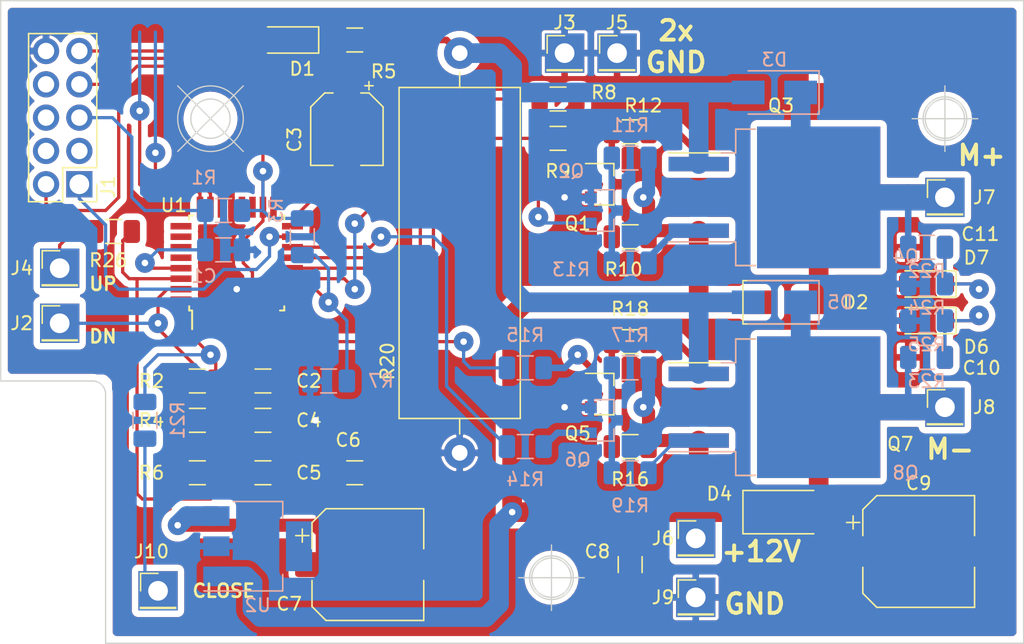
<source format=kicad_pcb>
(kicad_pcb (version 20171130) (host pcbnew 5.0.2-bee76a0~70~ubuntu18.04.1)
  (title_block (date 2018-12-12))
  (layers (0 F.Cu signal) (31 B.Cu signal hide) (34 B.Paste user hide) (35 F.Paste user hide) (36 B.SilkS user hide) (37 F.SilkS user) (38 B.Mask user hide) (39 F.Mask user hide) (44 Edge.Cuts user))
  (net 0 "")
  (net 1 "Net-(C1-Pad1)")
  (net 2 GND)
  (net 3 CLS)
  (net 4 "Net-(C3-Pad1)")
  (net 5 "Net-(C4-Pad1)")
  (net 6 "Net-(C6-Pad1)")
  (net 7 +12V)
  (net 8 "Net-(D2-Pad2)")
  (net 9 "Net-(D3-Pad2)")
  (net 10 "Net-(D4-Pad2)")
  (net 11 "Net-(J1-Pad1)")
  (net 12 "Net-(J1-Pad3)")
  (net 13 "Net-(J1-Pad4)")
  (net 14 "Net-(J1-Pad6)")
  (net 15 "Net-(J1-Pad7)")
  (net 16 "Net-(J1-Pad8)")
  (net 17 "Net-(J1-Pad9)")
  (net 18 "Net-(J10-Pad1)")
  (net 19 "Net-(Q1-Pad1)")
  (net 20 "Net-(Q1-Pad3)")
  (net 21 "Net-(Q2-Pad3)")
  (net 22 "Net-(Q2-Pad1)")
  (net 23 "Net-(Q3-Pad1)")
  (net 24 "Net-(Q4-Pad1)")
  (net 25 "Net-(Q5-Pad3)")
  (net 26 "Net-(Q5-Pad1)")
  (net 27 "Net-(Q6-Pad1)")
  (net 28 "Net-(Q6-Pad3)")
  (net 29 "Net-(Q7-Pad1)")
  (net 30 "Net-(Q8-Pad1)")
  (net 31 "Net-(U1-Pad1)")
  (net 32 "Net-(U1-Pad2)")
  (net 33 "Net-(U1-Pad8)")
  (net 34 "Net-(U1-Pad9)")
  (net 35 "Net-(U1-Pad19)")
  (net 36 "Net-(U1-Pad20)")
  (net 37 "Net-(U1-Pad22)")
  (net 38 "Net-(U1-Pad25)")
  (net 39 "Net-(U1-Pad26)")
  (net 40 "Net-(U1-Pad27)")
  (net 41 "Net-(U1-Pad28)")
  (net 42 "Net-(R3-Pad1)")
  (net 43 "Net-(R8-Pad2)")
  (net 44 "Net-(R9-Pad2)")
  (net 45 "Net-(R14-Pad2)")
  (net 46 "Net-(C5-Pad1)")
  (net 47 "Net-(C10-Pad2)")
  (net 48 "Net-(C11-Pad2)")
  (net 49 "Net-(R15-Pad2)")
  (net 50 "Net-(J4-Pad1)")
  (module Ventana:conn_2_5 (layer F.Cu) (at 76 94 180)
    (fp_text reference J1 (at -2.2 -0.2 270) (layer F.SilkS))
    (fp_text value Prog)
    (pad 1 thru_hole rect (at 0 0 180) (size 2 2) (drill 1.5) (layers *.Cu *.Mask) (net 11 "Net-(J1-Pad1)"))
    (pad 2 thru_hole oval (at 2.54 0 180) (size 2 2) (drill 1.25) (layers *.Cu *.Mask) (net 6 "Net-(C6-Pad1)"))
    (pad 3 thru_hole oval (at 0 2.54 180) (size 2 2) (drill 1.25) (layers *.Cu *.Mask) (net 12 "Net-(J1-Pad3)"))
    (pad 4 thru_hole oval (at 2.54 2.54 180) (size 2 2) (drill 1.25) (layers *.Cu *.Mask) (net 13 "Net-(J1-Pad4)"))
    (pad 5 thru_hole oval (at 0 5.08 180) (size 2 2) (drill 1.25) (layers *.Cu *.Mask) (net 1 "Net-(C1-Pad1)"))
    (pad 6 thru_hole oval (at 2.54 5.08 180) (size 2 2) (drill 1.25) (layers *.Cu *.Mask) (net 14 "Net-(J1-Pad6)"))
    (pad 7 thru_hole oval (at 0 7.62 180) (size 2 2) (drill 1.25) (layers *.Cu *.Mask) (net 15 "Net-(J1-Pad7)"))
    (pad 8 thru_hole oval (at 2.54 7.62 180) (size 2 2) (drill 1.25) (layers *.Cu *.Mask) (net 16 "Net-(J1-Pad8)"))
    (pad 9 thru_hole oval (at 0 10.16 180) (size 2 2) (drill 1.25) (layers *.Cu *.Mask) (net 17 "Net-(J1-Pad9)"))
    (pad 10 thru_hole oval (at 2.54 10.16 180) (size 2 2) (drill 1.25) (layers *.Cu *.Mask) (net 2 GND))
  )
  (module Ventana:AtMega8_TQFP32 (layer F.Cu) (at 88 100 90)
    (fp_text reference U1 (at 4.4 -4.8 180) (layer F.SilkS))
    (fp_text value ATmega8-16AU)
    (pad 32 smd rect (at -2.8 -4.25 180) (size 1.6 0.5) (layers F.Cu F.Paste F.Mask) (net 3 CLS))
    (pad 31 smd rect (at -2 -4.25 180) (size 1.6 0.5) (layers F.Cu F.Paste F.Mask) (net 5 "Net-(C4-Pad1)"))
    (pad 30 smd rect (at -1.2 -4.25 180) (size 1.6 0.5) (layers F.Cu F.Paste F.Mask) (net 46 "Net-(C5-Pad1)"))
    (pad 29 smd rect (at -0.4 -4.25 180) (size 1.6 0.5) (layers F.Cu F.Paste F.Mask) (net 1 "Net-(C1-Pad1)"))
    (pad 28 smd rect (at 0.4 -4.25 180) (size 1.6 0.5) (layers F.Cu F.Paste F.Mask) (net 41 "Net-(U1-Pad28)"))
    (pad 27 smd rect (at 1.2 -4.25 180) (size 1.6 0.5) (layers F.Cu F.Paste F.Mask) (net 40 "Net-(U1-Pad27)"))
    (pad 26 smd rect (at 2 -4.25 180) (size 1.6 0.5) (layers F.Cu F.Paste F.Mask) (net 39 "Net-(U1-Pad26)"))
    (pad 25 smd rect (at 2.8 -4.25 180) (size 1.6 0.5) (layers F.Cu F.Paste F.Mask) (net 38 "Net-(U1-Pad25)"))
    (pad 24 smd rect (at 4.25 -2.8 90) (size 1.6 0.5) (layers F.Cu F.Paste F.Mask) (net 47 "Net-(C10-Pad2)"))
    (pad 23 smd rect (at 4.25 -2 90) (size 1.6 0.5) (layers F.Cu F.Paste F.Mask) (net 48 "Net-(C11-Pad2)"))
    (pad 22 smd rect (at 4.25 -1.2 90) (size 1.6 0.5) (layers F.Cu F.Paste F.Mask) (net 37 "Net-(U1-Pad22)"))
    (pad 21 smd rect (at 4.25 -0.4 90) (size 1.6 0.5) (layers F.Cu F.Paste F.Mask) (net 2 GND))
    (pad 20 smd rect (at 4.25 0.4 90) (size 1.6 0.5) (layers F.Cu F.Paste F.Mask) (net 36 "Net-(U1-Pad20)"))
    (pad 19 smd rect (at 4.25 1.2 90) (size 1.6 0.5) (layers F.Cu F.Paste F.Mask) (net 35 "Net-(U1-Pad19)"))
    (pad 18 smd rect (at 4.25 2 90) (size 1.6 0.5) (layers F.Cu F.Paste F.Mask) (net 6 "Net-(C6-Pad1)"))
    (pad 17 smd rect (at 4.25 2.8 90) (size 1.6 0.5) (layers F.Cu F.Paste F.Mask) (net 15 "Net-(J1-Pad7)"))
    (pad 16 smd rect (at 2.8 4.25 180) (size 1.6 0.5) (layers F.Cu F.Paste F.Mask) (net 17 "Net-(J1-Pad9)"))
    (pad 15 smd rect (at 2 4.25 180) (size 1.6 0.5) (layers F.Cu F.Paste F.Mask) (net 11 "Net-(J1-Pad1)"))
    (pad 14 smd rect (at 1.2 4.25 180) (size 1.6 0.5) (layers F.Cu F.Paste F.Mask) (net 45 "Net-(R14-Pad2)"))
    (pad 13 smd rect (at 0.4 4.25 180) (size 1.6 0.5) (layers F.Cu F.Paste F.Mask) (net 43 "Net-(R8-Pad2)"))
    (pad 12 smd rect (at -0.4 4.25 180) (size 1.6 0.5) (layers F.Cu F.Paste F.Mask) (net 44 "Net-(R9-Pad2)"))
    (pad 11 smd rect (at -1.2 4.25 180) (size 1.6 0.5) (layers F.Cu F.Paste F.Mask) (net 4 "Net-(C3-Pad1)"))
    (pad 10 smd rect (at -2 4.25 180) (size 1.6 0.5) (layers F.Cu F.Paste F.Mask) (net 42 "Net-(R3-Pad1)"))
    (pad 9 smd rect (at -2.8 4.25 180) (size 1.6 0.5) (layers F.Cu F.Paste F.Mask) (net 34 "Net-(U1-Pad9)"))
    (pad 8 smd rect (at -4.25 2.8 90) (size 1.6 0.5) (layers F.Cu F.Paste F.Mask) (net 33 "Net-(U1-Pad8)"))
    (pad 7 smd rect (at -4.25 2 90) (size 1.6 0.5) (layers F.Cu F.Paste F.Mask) (net 49 "Net-(R15-Pad2)"))
    (pad 6 smd rect (at -4.25 1.2 90) (size 1.6 0.5) (layers F.Cu F.Paste F.Mask) (net 6 "Net-(C6-Pad1)"))
    (pad 5 smd rect (at -4.25 0.4 90) (size 1.6 0.5) (layers F.Cu F.Paste F.Mask) (net 2 GND))
    (pad 4 smd rect (at -4.25 -0.4 90) (size 1.6 0.5) (layers F.Cu F.Paste F.Mask) (net 6 "Net-(C6-Pad1)"))
    (pad 3 smd rect (at -4.25 -1.2 90) (size 1.6 0.5) (layers F.Cu F.Paste F.Mask) (net 2 GND))
    (pad 2 smd rect (at -4.25 -2 90) (size 1.6 0.5) (layers F.Cu F.Paste F.Mask) (net 32 "Net-(U1-Pad2)"))
    (pad 1 smd rect (at -4.25 -2.8 90) (size 1.6 0.5) (layers F.Cu F.Paste F.Mask) (net 31 "Net-(U1-Pad1)"))
  )
  (module Capacitor_SMD:C_1206_3216Metric (layer B.Cu) (at 87 99)
    (fp_text reference C1 (at -1.5 2) (layer B.SilkS) (effects (justify mirror)))
    (fp_text value 0.01)
    (pad 2 smd roundrect (at 1.4 0) (size 1.25 1.75) (layers B.Cu B.Paste B.Mask) (roundrect_rratio 0.2) (net 2 GND))
    (pad 1 smd roundrect (at -1.4 0) (size 1.25 1.75) (layers B.Cu B.Paste B.Mask) (roundrect_rratio 0.2) (net 1 "Net-(C1-Pad1)"))
  )
  (module Capacitor_SMD:C_1206_3216Metric (layer F.Cu) (at 90 109)
    (fp_text reference C2 (at 3.5 0) (layer F.SilkS))
    (fp_text value .01)
    (pad 2 smd roundrect (at 1.4 0) (size 1.25 1.75) (layers F.Cu F.Paste F.Mask) (roundrect_rratio 0.2) (net 2 GND))
    (pad 1 smd roundrect (at -1.4 0) (size 1.25 1.75) (layers F.Cu F.Paste F.Mask) (roundrect_rratio 0.2) (net 3 CLS))
  )
  (module Capacitor_SMD:CP_Elec_5x5.3 (layer F.Cu) (at 96.4 89.8 270)
    (fp_text reference C3 (at 0.8 4 270) (layer F.SilkS))
    (fp_text value 10)
    (pad 2 smd roundrect (at 2.2 0 270) (size 3 1.6) (layers F.Cu F.Paste F.Mask) (roundrect_rratio 0.15625) (net 2 GND))
    (pad 1 smd roundrect (at -2.2 0 270) (size 3 1.6) (layers F.Cu F.Paste F.Mask) (roundrect_rratio 0.15625) (net 4 "Net-(C3-Pad1)"))
  )
  (module Capacitor_SMD:C_1206_3216Metric (layer F.Cu) (at 90 112)
    (fp_text reference C4 (at 3.5 0) (layer F.SilkS))
    (fp_text value .01)
    (pad 2 smd roundrect (at 1.4 0) (size 1.25 1.75) (layers F.Cu F.Paste F.Mask) (roundrect_rratio 0.2) (net 2 GND))
    (pad 1 smd roundrect (at -1.4 0) (size 1.25 1.75) (layers F.Cu F.Paste F.Mask) (roundrect_rratio 0.2) (net 5 "Net-(C4-Pad1)"))
  )
  (module Capacitor_SMD:C_1206_3216Metric (layer F.Cu) (at 90 116)
    (fp_text reference C5 (at 3.5 0) (layer F.SilkS))
    (fp_text value .01)
    (pad 2 smd roundrect (at 1.4 0) (size 1.25 1.75) (layers F.Cu F.Paste F.Mask) (roundrect_rratio 0.2) (net 2 GND))
    (pad 1 smd roundrect (at -1.4 0) (size 1.25 1.75) (layers F.Cu F.Paste F.Mask) (roundrect_rratio 0.2) (net 46 "Net-(C5-Pad1)"))
  )
  (module Capacitor_SMD:C_1206_3216Metric (layer F.Cu) (at 97 116)
    (fp_text reference C6 (at -0.5 -2.5) (layer F.SilkS))
    (fp_text value 0.01)
    (pad 2 smd roundrect (at 1.4 0) (size 1.25 1.75) (layers F.Cu F.Paste F.Mask) (roundrect_rratio 0.2) (net 2 GND))
    (pad 1 smd roundrect (at -1.4 0) (size 1.25 1.75) (layers F.Cu F.Paste F.Mask) (roundrect_rratio 0.2) (net 6 "Net-(C6-Pad1)"))
  )
  (module Capacitor_SMD:CP_Elec_8x6.9 (layer F.Cu) (at 98 123)
    (fp_text reference C7 (at -6 3) (layer F.SilkS))
    (fp_text value 100)
    (pad 2 smd roundrect (at 3.475 0) (size 4.15 1.9) (layers F.Cu F.Paste F.Mask) (roundrect_rratio 0.131579) (net 2 GND))
    (pad 1 smd roundrect (at -3.475 0) (size 4.15 1.9) (layers F.Cu F.Paste F.Mask) (roundrect_rratio 0.131579) (net 6 "Net-(C6-Pad1)"))
  )
  (module Capacitor_SMD:C_1206_3216Metric (layer F.Cu) (at 118 123 270)
    (fp_text reference C8 (at -1 2.5) (layer F.SilkS))
    (fp_text value 0.01)
    (pad 2 smd roundrect (at 1.4 0 270) (size 1.25 1.75) (layers F.Cu F.Paste F.Mask) (roundrect_rratio 0.2) (net 2 GND))
    (pad 1 smd roundrect (at -1.4 0 270) (size 1.25 1.75) (layers F.Cu F.Paste F.Mask) (roundrect_rratio 0.2) (net 7 +12V))
  )
  (module Capacitor_SMD:CP_Elec_8x6.9 (layer F.Cu) (at 140 122)
    (fp_text reference C9 (at 0 -5.2) (layer F.SilkS))
    (fp_text value 100)
    (pad 2 smd roundrect (at 3.475 0) (size 4.15 1.9) (layers F.Cu F.Paste F.Mask) (roundrect_rratio 0.131579) (net 2 GND))
    (pad 1 smd roundrect (at -3.475 0) (size 4.15 1.9) (layers F.Cu F.Paste F.Mask) (roundrect_rratio 0.131579) (net 7 +12V))
  )
  (module Diode_SMD:D_SOD-123 (layer F.Cu) (at 92 83 180)
    (fp_text reference D1 (at -1 -2.2 180) (layer F.SilkS))
    (fp_text value BZV55-B5V1.115)
    (pad 2 smd rect (at 1.65 0 180) (size 0.9 1.2) (layers F.Cu F.Paste F.Mask) (net 2 GND))
    (pad 1 smd rect (at -1.65 0 180) (size 0.9 1.2) (layers F.Cu F.Paste F.Mask) (net 4 "Net-(C3-Pad1)"))
  )
  (module Diode_SMD:D_SMA (layer F.Cu) (at 130 103)
    (fp_text reference D2 (at 5.2 0) (layer F.SilkS))
    (fp_text value RS1A)
    (pad 2 smd rect (at 2 0) (size 2.5 1.8) (layers F.Cu F.Paste F.Mask) (net 8 "Net-(D2-Pad2)"))
    (pad 1 smd rect (at -2 0) (size 2.5 1.8) (layers F.Cu F.Paste F.Mask) (net 7 +12V))
  )
  (module Diode_SMD:D_SMA (layer B.Cu) (at 129 87 180)
    (fp_text reference D3 (at 0 2.5 180) (layer B.SilkS) (effects (justify mirror)))
    (fp_text value RS1A)
    (pad 2 smd rect (at 2 0 180) (size 2.5 1.8) (layers B.Cu B.Paste B.Mask) (net 9 "Net-(D3-Pad2)"))
    (pad 1 smd rect (at -2 0 180) (size 2.5 1.8) (layers B.Cu B.Paste B.Mask) (net 8 "Net-(D2-Pad2)"))
  )
  (module Diode_SMD:D_SMA (layer F.Cu) (at 130 119)
    (fp_text reference D4 (at -5.2 -1.4) (layer F.SilkS))
    (fp_text value RS1A)
    (pad 2 smd rect (at 2 0) (size 2.5 1.8) (layers F.Cu F.Paste F.Mask) (net 10 "Net-(D4-Pad2)"))
    (pad 1 smd rect (at -2 0) (size 2.5 1.8) (layers F.Cu F.Paste F.Mask) (net 7 +12V))
  )
  (module Diode_SMD:D_SMA (layer B.Cu) (at 129 103 180)
    (fp_text reference D5 (at -5 0 180) (layer B.SilkS) (effects (justify mirror)))
    (fp_text value RS1A)
    (pad 2 smd rect (at 2 0 180) (size 2.5 1.8) (layers B.Cu B.Paste B.Mask) (net 9 "Net-(D3-Pad2)"))
    (pad 1 smd rect (at -2 0 180) (size 2.5 1.8) (layers B.Cu B.Paste B.Mask) (net 10 "Net-(D4-Pad2)"))
  )
  (module Connector_PinHeader_2.54mm:PinHeader_1x01_P2.54mm_Vertical (layer F.Cu) (at 74.5 104.6)
    (fp_text reference J2 (at -2.9 0) (layer F.SilkS))
    (fp_text value SW1)
    (pad 1 thru_hole rect (at 0 0) (size 3 3) (drill 1.5) (layers *.Cu *.Mask) (net 5 "Net-(C4-Pad1)"))
  )
  (module Connector_PinHeader_2.54mm:PinHeader_1x01_P2.54mm_Vertical (layer F.Cu) (at 113 84)
    (fp_text reference J3 (at 0 -2.33) (layer F.SilkS))
    (fp_text value GND)
    (pad 1 thru_hole rect (at 0 0) (size 3 3) (drill 1.5) (layers *.Cu *.Mask) (net 2 GND))
  )
  (module Connector_PinHeader_2.54mm:PinHeader_1x01_P2.54mm_Vertical (layer F.Cu) (at 74.5 100.4)
    (fp_text reference J4 (at -2.9 0) (layer F.SilkS))
    (fp_text value SW2)
    (pad 1 thru_hole rect (at 0 0) (size 3 3) (drill 1.5) (layers *.Cu *.Mask) (net 50 "Net-(J4-Pad1)"))
  )
  (module Connector_PinHeader_2.54mm:PinHeader_1x01_P2.54mm_Vertical (layer F.Cu) (at 117 84)
    (fp_text reference J5 (at 0 -2.33) (layer F.SilkS))
    (fp_text value GND)
    (pad 1 thru_hole rect (at 0 0) (size 3 3) (drill 1.5) (layers *.Cu *.Mask) (net 2 GND))
  )
  (module Connector_PinHeader_2.54mm:PinHeader_1x01_P2.54mm_Vertical (layer F.Cu) (at 123 121)
    (fp_text reference J6 (at -2.5 0) (layer F.SilkS))
    (fp_text value VBat)
    (pad 1 thru_hole rect (at 0 0) (size 3 3) (drill 1.5) (layers *.Cu *.Mask) (net 7 +12V))
  )
  (module Connector_PinHeader_2.54mm:PinHeader_1x01_P2.54mm_Vertical (layer F.Cu) (at 142 95)
    (fp_text reference J7 (at 3 0) (layer F.SilkS))
    (fp_text value Motor+)
    (pad 1 thru_hole rect (at 0 0) (size 3 3) (drill 1.5) (layers *.Cu *.Mask) (net 8 "Net-(D2-Pad2)"))
  )
  (module Connector_PinHeader_2.54mm:PinHeader_1x01_P2.54mm_Vertical (layer F.Cu) (at 142 111)
    (fp_text reference J8 (at 3 0) (layer F.SilkS))
    (fp_text value Motor-)
    (pad 1 thru_hole rect (at 0 0) (size 3 3) (drill 1.5) (layers *.Cu *.Mask) (net 10 "Net-(D4-Pad2)"))
  )
  (module Connector_PinHeader_2.54mm:PinHeader_1x01_P2.54mm_Vertical (layer F.Cu) (at 123 125.5)
    (fp_text reference J9 (at -2.5 0) (layer F.SilkS))
    (fp_text value GND)
    (pad 1 thru_hole rect (at 0 0) (size 3 3) (drill 1.5) (layers *.Cu *.Mask) (net 2 GND))
  )
  (module Connector_PinHeader_2.54mm:PinHeader_1x01_P2.54mm_Vertical (layer F.Cu) (at 82 125)
    (fp_text reference J10 (at -0.5 -3) (layer F.SilkS))
    (fp_text value CLS)
    (pad 1 thru_hole rect (at 0 0) (size 3 3) (drill 1.5) (layers *.Cu *.Mask) (net 18 "Net-(J10-Pad1)"))
  )
  (module Package_TO_SOT_SMD:SOT-23 (layer F.Cu) (at 116 94)
    (fp_text reference Q1 (at -2 3) (layer F.SilkS))
    (fp_text value BC817)
    (pad 3 smd rect (at 1 0) (size 0.9 0.8) (layers F.Cu F.Paste F.Mask) (net 20 "Net-(Q1-Pad3)"))
    (pad 2 smd rect (at -1 0.95) (size 0.9 0.8) (layers F.Cu F.Paste F.Mask) (net 2 GND))
    (pad 1 smd rect (at -1 -0.95) (size 0.9 0.8) (layers F.Cu F.Paste F.Mask) (net 19 "Net-(Q1-Pad1)"))
  )
  (module Package_TO_SOT_SMD:SOT-23 (layer B.Cu) (at 116 96)
    (fp_text reference Q2 (at -2.5 -3) (layer B.SilkS) (effects (justify mirror)))
    (fp_text value BC817)
    (pad 3 smd rect (at 1 0) (size 0.9 0.8) (layers B.Cu B.Paste B.Mask) (net 21 "Net-(Q2-Pad3)"))
    (pad 2 smd rect (at -1 -0.95) (size 0.9 0.8) (layers B.Cu B.Paste B.Mask) (net 2 GND))
    (pad 1 smd rect (at -1 0.95) (size 0.9 0.8) (layers B.Cu B.Paste B.Mask) (net 22 "Net-(Q2-Pad1)"))
  )
  (module Package_TO_SOT_SMD:TO-263-2 (layer F.Cu) (at 129 95)
    (fp_text reference Q3 (at 0.5 -7) (layer F.SilkS))
    (fp_text value IRF9530NSPBF)
    (pad 2 smd rect (at 3.375 0) (size 9.4 10.8) (layers F.Cu F.Mask) (net 8 "Net-(D2-Pad2)"))
    (pad 3 smd rect (at -5.775 2.54) (size 4.6 1.1) (layers F.Cu F.Paste F.Mask) (net 7 +12V))
    (pad 1 smd rect (at -5.775 -2.54) (size 4.6 1.1) (layers F.Cu F.Paste F.Mask) (net 23 "Net-(Q3-Pad1)"))
  )
  (module Package_TO_SOT_SMD:TO-263-2 (layer B.Cu) (at 129 95)
    (fp_text reference Q4 (at 10 4.5) (layer B.SilkS) (effects (justify mirror)))
    (fp_text value IRF640NSPBF)
    (pad 2 smd rect (at 3.375 0) (size 9.4 10.8) (layers B.Cu B.Mask) (net 8 "Net-(D2-Pad2)"))
    (pad 3 smd rect (at -5.775 -2.54) (size 4.6 1.1) (layers B.Cu B.Paste B.Mask) (net 9 "Net-(D3-Pad2)"))
    (pad 1 smd rect (at -5.775 2.54) (size 4.6 1.1) (layers B.Cu B.Paste B.Mask) (net 24 "Net-(Q4-Pad1)"))
  )
  (module Package_TO_SOT_SMD:SOT-23 (layer F.Cu) (at 116 110)
    (fp_text reference Q5 (at -2 3) (layer F.SilkS))
    (fp_text value BC817)
    (pad 3 smd rect (at 1 0) (size 0.9 0.8) (layers F.Cu F.Paste F.Mask) (net 25 "Net-(Q5-Pad3)"))
    (pad 2 smd rect (at -1 0.95) (size 0.9 0.8) (layers F.Cu F.Paste F.Mask) (net 2 GND))
    (pad 1 smd rect (at -1 -0.95) (size 0.9 0.8) (layers F.Cu F.Paste F.Mask) (net 26 "Net-(Q5-Pad1)"))
  )
  (module Package_TO_SOT_SMD:SOT-23 (layer B.Cu) (at 116 112)
    (fp_text reference Q6 (at -2 3) (layer B.SilkS) (effects (justify mirror)))
    (fp_text value BC817)
    (pad 3 smd rect (at 1 0) (size 0.9 0.8) (layers B.Cu B.Paste B.Mask) (net 28 "Net-(Q6-Pad3)"))
    (pad 2 smd rect (at -1 -0.95) (size 0.9 0.8) (layers B.Cu B.Paste B.Mask) (net 2 GND))
    (pad 1 smd rect (at -1 0.95) (size 0.9 0.8) (layers B.Cu B.Paste B.Mask) (net 27 "Net-(Q6-Pad1)"))
  )
  (module Package_TO_SOT_SMD:TO-263-2 (layer F.Cu) (at 129 111)
    (fp_text reference Q7 (at 9.6 2.8) (layer F.SilkS))
    (fp_text value IRF9530NSPBF)
    (pad 2 smd rect (at 3.375 0) (size 9.4 10.8) (layers F.Cu F.Mask) (net 10 "Net-(D4-Pad2)"))
    (pad 3 smd rect (at -5.775 2.54) (size 4.6 1.1) (layers F.Cu F.Paste F.Mask) (net 7 +12V))
    (pad 1 smd rect (at -5.775 -2.54) (size 4.6 1.1) (layers F.Cu F.Paste F.Mask) (net 29 "Net-(Q7-Pad1)"))
  )
  (module Package_TO_SOT_SMD:TO-263-2 (layer B.Cu) (at 129 111)
    (fp_text reference Q8 (at 10 5) (layer B.SilkS) (effects (justify mirror)))
    (fp_text value IRF640NSPBF)
    (pad 2 smd rect (at 3.375 0) (size 9.4 10.8) (layers B.Cu B.Mask) (net 10 "Net-(D4-Pad2)"))
    (pad 3 smd rect (at -5.775 -2.54) (size 4.6 1.1) (layers B.Cu B.Paste B.Mask) (net 9 "Net-(D3-Pad2)"))
    (pad 1 smd rect (at -5.775 2.54) (size 4.6 1.1) (layers B.Cu B.Paste B.Mask) (net 30 "Net-(Q8-Pad1)"))
  )
  (module Resistor_SMD:R_1206_3216Metric (layer F.Cu) (at 85 112)
    (fp_text reference R4 (at -3.5 0) (layer F.SilkS))
    (fp_text value 3k)
    (pad 2 smd roundrect (at 1.4 0) (size 1.25 1.75) (layers F.Cu F.Paste F.Mask) (roundrect_rratio 0.2) (net 5 "Net-(C4-Pad1)"))
    (pad 1 smd roundrect (at -1.4 0) (size 1.25 1.75) (layers F.Cu F.Paste F.Mask) (roundrect_rratio 0.2) (net 6 "Net-(C6-Pad1)"))
  )
  (module Resistor_SMD:R_1206_3216Metric (layer F.Cu) (at 85 116)
    (fp_text reference R6 (at -3.5 0) (layer F.SilkS))
    (fp_text value 3k)
    (pad 2 smd roundrect (at 1.4 0) (size 1.25 1.75) (layers F.Cu F.Paste F.Mask) (roundrect_rratio 0.2) (net 46 "Net-(C5-Pad1)"))
    (pad 1 smd roundrect (at -1.4 0) (size 1.25 1.75) (layers F.Cu F.Paste F.Mask) (roundrect_rratio 0.2) (net 6 "Net-(C6-Pad1)"))
  )
  (module Resistor_SMD:R_1206_3216Metric (layer B.Cu) (at 95 109)
    (fp_text reference R7 (at 4 0) (layer B.SilkS) (effects (justify mirror)))
    (fp_text value 6k8)
    (pad 2 smd roundrect (at 1.4 0) (size 1.25 1.75) (layers B.Cu B.Paste B.Mask) (roundrect_rratio 0.2) (net 42 "Net-(R3-Pad1)"))
    (pad 1 smd roundrect (at -1.4 0) (size 1.25 1.75) (layers B.Cu B.Paste B.Mask) (roundrect_rratio 0.2) (net 2 GND))
  )
  (module Resistor_SMD:R_1206_3216Metric (layer F.Cu) (at 112.5 90.5 180)
    (fp_text reference R9 (at 0 -2.5 180) (layer F.SilkS))
    (fp_text value 2K2)
    (pad 2 smd roundrect (at 1.4 0 180) (size 1.25 1.75) (layers F.Cu F.Paste F.Mask) (roundrect_rratio 0.2) (net 44 "Net-(R9-Pad2)"))
    (pad 1 smd roundrect (at -1.4 0 180) (size 1.25 1.75) (layers F.Cu F.Paste F.Mask) (roundrect_rratio 0.2) (net 19 "Net-(Q1-Pad1)"))
  )
  (module Resistor_SMD:R_1206_3216Metric (layer F.Cu) (at 118 98)
    (fp_text reference R10 (at -0.5 2.5) (layer F.SilkS))
    (fp_text value 470)
    (pad 2 smd roundrect (at 1.4 0) (size 1.25 1.75) (layers F.Cu F.Paste F.Mask) (roundrect_rratio 0.2) (net 7 +12V))
    (pad 1 smd roundrect (at -1.4 0) (size 1.25 1.75) (layers F.Cu F.Paste F.Mask) (roundrect_rratio 0.2) (net 20 "Net-(Q1-Pad3)"))
  )
  (module Resistor_SMD:R_1206_3216Metric (layer B.Cu) (at 118 92)
    (fp_text reference R11 (at 0 -2.5) (layer B.SilkS) (effects (justify mirror)))
    (fp_text value 470)
    (pad 2 smd roundrect (at 1.4 0) (size 1.25 1.75) (layers B.Cu B.Paste B.Mask) (roundrect_rratio 0.2) (net 7 +12V))
    (pad 1 smd roundrect (at -1.4 0) (size 1.25 1.75) (layers B.Cu B.Paste B.Mask) (roundrect_rratio 0.2) (net 21 "Net-(Q2-Pad3)"))
  )
  (module Resistor_SMD:R_1206_3216Metric (layer F.Cu) (at 118 90 180)
    (fp_text reference R12 (at -1 2 180) (layer F.SilkS))
    (fp_text value 100)
    (pad 2 smd roundrect (at 1.4 0 180) (size 1.25 1.75) (layers F.Cu F.Paste F.Mask) (roundrect_rratio 0.2) (net 20 "Net-(Q1-Pad3)"))
    (pad 1 smd roundrect (at -1.4 0 180) (size 1.25 1.75) (layers F.Cu F.Paste F.Mask) (roundrect_rratio 0.2) (net 23 "Net-(Q3-Pad1)"))
  )
  (module Resistor_SMD:R_1206_3216Metric (layer B.Cu) (at 110 108 180)
    (fp_text reference R15 (at 0 2.5 180) (layer B.SilkS) (effects (justify mirror)))
    (fp_text value 2K2)
    (pad 2 smd roundrect (at 1.4 0 180) (size 1.25 1.75) (layers B.Cu B.Paste B.Mask) (roundrect_rratio 0.2) (net 49 "Net-(R15-Pad2)"))
    (pad 1 smd roundrect (at -1.4 0 180) (size 1.25 1.75) (layers B.Cu B.Paste B.Mask) (roundrect_rratio 0.2) (net 26 "Net-(Q5-Pad1)"))
  )
  (module Resistor_SMD:R_1206_3216Metric (layer F.Cu) (at 118 114)
    (fp_text reference R16 (at 0 2.5) (layer F.SilkS))
    (fp_text value 470)
    (pad 2 smd roundrect (at 1.4 0) (size 1.25 1.75) (layers F.Cu F.Paste F.Mask) (roundrect_rratio 0.2) (net 7 +12V))
    (pad 1 smd roundrect (at -1.4 0) (size 1.25 1.75) (layers F.Cu F.Paste F.Mask) (roundrect_rratio 0.2) (net 25 "Net-(Q5-Pad3)"))
  )
  (module Resistor_SMD:R_1206_3216Metric (layer B.Cu) (at 118 108)
    (fp_text reference R17 (at 0 -2.5) (layer B.SilkS) (effects (justify mirror)))
    (fp_text value 470)
    (pad 2 smd roundrect (at 1.4 0) (size 1.25 1.75) (layers B.Cu B.Paste B.Mask) (roundrect_rratio 0.2) (net 7 +12V))
    (pad 1 smd roundrect (at -1.4 0) (size 1.25 1.75) (layers B.Cu B.Paste B.Mask) (roundrect_rratio 0.2) (net 28 "Net-(Q6-Pad3)"))
  )
  (module Resistor_SMD:R_1206_3216Metric (layer F.Cu) (at 118 106 180)
    (fp_text reference R18 (at 0 2.5 180) (layer F.SilkS))
    (fp_text value 100)
    (pad 2 smd roundrect (at 1.4 0 180) (size 1.25 1.75) (layers F.Cu F.Paste F.Mask) (roundrect_rratio 0.2) (net 25 "Net-(Q5-Pad3)"))
    (pad 1 smd roundrect (at -1.4 0 180) (size 1.25 1.75) (layers F.Cu F.Paste F.Mask) (roundrect_rratio 0.2) (net 29 "Net-(Q7-Pad1)"))
  )
  (module Resistor_SMD:R_1206_3216Metric (layer B.Cu) (at 118 116 180)
    (fp_text reference R19 (at 0 -2.5 180) (layer B.SilkS) (effects (justify mirror)))
    (fp_text value 100)
    (pad 2 smd roundrect (at 1.4 0 180) (size 1.25 1.75) (layers B.Cu B.Paste B.Mask) (roundrect_rratio 0.2) (net 28 "Net-(Q6-Pad3)"))
    (pad 1 smd roundrect (at -1.4 0 180) (size 1.25 1.75) (layers B.Cu B.Paste B.Mask) (roundrect_rratio 0.2) (net 30 "Net-(Q8-Pad1)"))
  )
  (module Resistor_SMD:R_1206_3216Metric (layer B.Cu) (at 81 112 90)
    (fp_text reference R21 (at 0 2.5 270) (layer B.SilkS) (effects (justify mirror)))
    (fp_text value 470)
    (pad 2 smd roundrect (at 1.4 0 90) (size 1.25 1.75) (layers B.Cu B.Paste B.Mask) (roundrect_rratio 0.2) (net 3 CLS))
    (pad 1 smd roundrect (at -1.4 0 90) (size 1.25 1.75) (layers B.Cu B.Paste B.Mask) (roundrect_rratio 0.2) (net 18 "Net-(J10-Pad1)"))
  )
  (module Resistor_SMD:R_1206_3216Metric (layer B.Cu) (at 87 96 180)
    (fp_text reference R1 (at 1.5 2.5 180) (layer B.SilkS) (effects (justify mirror)))
    (fp_text value 10k)
    (pad 2 smd roundrect (at 1.4 0 180) (size 1.25 1.75) (layers B.Cu B.Paste B.Mask) (roundrect_rratio 0.2) (net 1 "Net-(C1-Pad1)"))
    (pad 1 smd roundrect (at -1.4 0 180) (size 1.25 1.75) (layers B.Cu B.Paste B.Mask) (roundrect_rratio 0.2) (net 6 "Net-(C6-Pad1)"))
  )
  (module Resistor_SMD:R_1206_3216Metric (layer F.Cu) (at 85 109)
    (fp_text reference R2 (at -3.5 0) (layer F.SilkS))
    (fp_text value 3k)
    (pad 2 smd roundrect (at 1.4 0) (size 1.25 1.75) (layers F.Cu F.Paste F.Mask) (roundrect_rratio 0.2) (net 3 CLS))
    (pad 1 smd roundrect (at -1.4 0) (size 1.25 1.75) (layers F.Cu F.Paste F.Mask) (roundrect_rratio 0.2) (net 6 "Net-(C6-Pad1)"))
  )
  (module Resistor_SMD:R_1206_3216Metric (layer B.Cu) (at 93 98 90)
    (fp_text reference R3 (at 2 -2 90) (layer B.SilkS) (effects (justify mirror)))
    (fp_text value 6k2)
    (pad 2 smd roundrect (at 1.4 0 90) (size 1.25 1.75) (layers B.Cu B.Paste B.Mask) (roundrect_rratio 0.2) (net 6 "Net-(C6-Pad1)"))
    (pad 1 smd roundrect (at -1.4 0 90) (size 1.25 1.75) (layers B.Cu B.Paste B.Mask) (roundrect_rratio 0.2) (net 42 "Net-(R3-Pad1)"))
  )
  (module Resistor_SMD:R_1206_3216Metric (layer F.Cu) (at 97 83 180)
    (fp_text reference R5 (at -2.2 -2.4 180) (layer F.SilkS))
    (fp_text value 2K2)
    (pad 2 smd roundrect (at 1.4 0 180) (size 1.25 1.75) (layers F.Cu F.Paste F.Mask) (roundrect_rratio 0.2) (net 4 "Net-(C3-Pad1)"))
    (pad 1 smd roundrect (at -1.4 0 180) (size 1.25 1.75) (layers F.Cu F.Paste F.Mask) (roundrect_rratio 0.2) (net 9 "Net-(D3-Pad2)"))
  )
  (module Resistor_SMD:R_1206_3216Metric (layer F.Cu) (at 112.5 87.5 180)
    (fp_text reference R8 (at -3.5 0.5 180) (layer F.SilkS))
    (fp_text value 2K2)
    (pad 2 smd roundrect (at 1.4 0 180) (size 1.25 1.75) (layers F.Cu F.Paste F.Mask) (roundrect_rratio 0.2) (net 43 "Net-(R8-Pad2)"))
    (pad 1 smd roundrect (at -1.4 0 180) (size 1.25 1.75) (layers F.Cu F.Paste F.Mask) (roundrect_rratio 0.2) (net 22 "Net-(Q2-Pad1)"))
  )
  (module Resistor_SMD:R_1206_3216Metric (layer B.Cu) (at 118 100 180)
    (fp_text reference R13 (at 4.5 -0.5 180) (layer B.SilkS) (effects (justify mirror)))
    (fp_text value 100)
    (pad 2 smd roundrect (at 1.4 0 180) (size 1.25 1.75) (layers B.Cu B.Paste B.Mask) (roundrect_rratio 0.2) (net 21 "Net-(Q2-Pad3)"))
    (pad 1 smd roundrect (at -1.4 0 180) (size 1.25 1.75) (layers B.Cu B.Paste B.Mask) (roundrect_rratio 0.2) (net 24 "Net-(Q4-Pad1)"))
  )
  (module Resistor_SMD:R_1206_3216Metric (layer B.Cu) (at 110 114 180)
    (fp_text reference R14 (at 0 -2.5 180) (layer B.SilkS) (effects (justify mirror)))
    (fp_text value 2K2)
    (pad 2 smd roundrect (at 1.4 0 180) (size 1.25 1.75) (layers B.Cu B.Paste B.Mask) (roundrect_rratio 0.2) (net 45 "Net-(R14-Pad2)"))
    (pad 1 smd roundrect (at -1.4 0 180) (size 1.25 1.75) (layers B.Cu B.Paste B.Mask) (roundrect_rratio 0.2) (net 27 "Net-(Q6-Pad1)"))
  )
  (module Resistor_THT:R_Axial_Power_L25.0mm_W9.0mm_P30.48mm (layer F.Cu) (at 105 84 270)
    (fp_text reference R20 (at 23.5 5.5 270) (layer F.SilkS))
    (fp_text value R47)
    (pad 2 thru_hole oval (at 30.48 0 270) (size 2.4 2.4) (drill 1.2) (layers *.Cu *.Mask) (net 2 GND))
    (pad 1 thru_hole circle (at 0 0 270) (size 2.4 2.4) (drill 1.2) (layers *.Cu *.Mask) (net 9 "Net-(D3-Pad2)"))
  )
  (module Capacitor_SMD:C_1206_3216Metric (layer F.Cu) (at 140.6 107.2)
    (fp_text reference C10 (at 4.2 0.8) (layer F.SilkS))
    (fp_text value .01)
    (pad 2 smd roundrect (at 1.4 0) (size 1.25 1.75) (layers F.Cu F.Paste F.Mask) (roundrect_rratio 0.2) (net 47 "Net-(C10-Pad2)"))
    (pad 1 smd roundrect (at -1.4 0) (size 1.25 1.75) (layers F.Cu F.Paste F.Mask) (roundrect_rratio 0.2) (net 2 GND))
  )
  (module Capacitor_SMD:C_1206_3216Metric (layer F.Cu) (at 140.6 98.8)
    (fp_text reference C11 (at 4.1 -1) (layer F.SilkS))
    (fp_text value .01)
    (pad 1 smd roundrect (at -1.4 0) (size 1.25 1.75) (layers F.Cu F.Paste F.Mask) (roundrect_rratio 0.2) (net 2 GND))
    (pad 2 smd roundrect (at 1.4 0) (size 1.25 1.75) (layers F.Cu F.Paste F.Mask) (roundrect_rratio 0.2) (net 48 "Net-(C11-Pad2)"))
  )
  (module Diode_SMD:D_SOD-123 (layer F.Cu) (at 140.6 104.4 180)
    (fp_text reference D6 (at -3.8 -2 180) (layer F.SilkS))
    (fp_text value BZV55-B5V1.115)
    (pad 2 smd rect (at 1.65 0 180) (size 0.9 1.2) (layers F.Cu F.Paste F.Mask) (net 2 GND))
    (pad 1 smd rect (at -1.65 0 180) (size 0.9 1.2) (layers F.Cu F.Paste F.Mask) (net 47 "Net-(C10-Pad2)"))
  )
  (module Diode_SMD:D_SOD-123 (layer F.Cu) (at 140.6 101.6 180)
    (fp_text reference D7 (at -3.8 2 180) (layer F.SilkS))
    (fp_text value BZV55-B5V1.115)
    (pad 1 smd rect (at -1.65 0 180) (size 0.9 1.2) (layers F.Cu F.Paste F.Mask) (net 48 "Net-(C11-Pad2)"))
    (pad 2 smd rect (at 1.65 0 180) (size 0.9 1.2) (layers F.Cu F.Paste F.Mask) (net 2 GND))
  )
  (module Resistor_SMD:R_1206_3216Metric (layer B.Cu) (at 140.6 98.8)
    (fp_text reference R22 (at 0 1.82) (layer B.SilkS) (effects (justify mirror)))
    (fp_text value R)
    (pad 1 smd roundrect (at -1.4 0) (size 1.25 1.75) (layers B.Cu B.Paste B.Mask) (roundrect_rratio 0.2) (net 8 "Net-(D2-Pad2)"))
    (pad 2 smd roundrect (at 1.4 0) (size 1.25 1.75) (layers B.Cu B.Paste B.Mask) (roundrect_rratio 0.2) (net 48 "Net-(C11-Pad2)"))
  )
  (module Resistor_SMD:R_1206_3216Metric (layer B.Cu) (at 140.6 107.2)
    (fp_text reference R23 (at 0 1.82) (layer B.SilkS) (effects (justify mirror)))
    (fp_text value R)
    (pad 2 smd roundrect (at 1.4 0) (size 1.25 1.75) (layers B.Cu B.Paste B.Mask) (roundrect_rratio 0.2) (net 47 "Net-(C10-Pad2)"))
    (pad 1 smd roundrect (at -1.4 0) (size 1.25 1.75) (layers B.Cu B.Paste B.Mask) (roundrect_rratio 0.2) (net 10 "Net-(D4-Pad2)"))
  )
  (module Resistor_SMD:R_1206_3216Metric (layer B.Cu) (at 140.6 101.6)
    (fp_text reference R24 (at 0 1.82) (layer B.SilkS) (effects (justify mirror)))
    (fp_text value R)
    (pad 1 smd roundrect (at -1.4 0) (size 1.25 1.75) (layers B.Cu B.Paste B.Mask) (roundrect_rratio 0.2) (net 2 GND))
    (pad 2 smd roundrect (at 1.4 0) (size 1.25 1.75) (layers B.Cu B.Paste B.Mask) (roundrect_rratio 0.2) (net 48 "Net-(C11-Pad2)"))
  )
  (module Resistor_SMD:R_1206_3216Metric (layer B.Cu) (at 140.6 104.4)
    (fp_text reference R25 (at 0 1.82) (layer B.SilkS) (effects (justify mirror)))
    (fp_text value R)
    (pad 2 smd roundrect (at 1.4 0) (size 1.25 1.75) (layers B.Cu B.Paste B.Mask) (roundrect_rratio 0.2) (net 47 "Net-(C10-Pad2)"))
    (pad 1 smd roundrect (at -1.4 0) (size 1.25 1.75) (layers B.Cu B.Paste B.Mask) (roundrect_rratio 0.2) (net 2 GND))
  )
  (module Package_TO_SOT_SMD:SOT-223 (layer B.Cu) (at 89.6 121.6)
    (fp_text reference U2 (at 0 4.5) (layer B.SilkS) (effects (justify mirror)))
    (fp_text value LM2937)
    (pad 4 smd rect (at 3.15 0) (size 2 3.8) (layers B.Cu B.Paste B.Mask))
    (pad 2 smd rect (at -3.15 0) (size 2 1.5) (layers B.Cu B.Paste B.Mask) (net 2 GND))
    (pad 3 smd rect (at -3.15 -2.3) (size 2 1.5) (layers B.Cu B.Paste B.Mask) (net 6 "Net-(C6-Pad1)"))
    (pad 1 smd rect (at -3.15 2.3) (size 2 1.5) (layers B.Cu B.Paste B.Mask) (net 7 +12V))
  )
  (module Resistor_SMD:R_1206_3216Metric (layer F.Cu) (at 78.6 97.6 180)
    (fp_text reference R26 (at 0.4 -2.2 180) (layer F.SilkS))
    (fp_text value R)
    (pad 1 smd roundrect (at -1.4 0 180) (size 1.25 1.75) (layers F.Cu F.Paste F.Mask) (roundrect_rratio 0.2) (net 46 "Net-(C5-Pad1)"))
    (pad 2 smd roundrect (at 1.4 0 180) (size 1.25 1.75) (layers F.Cu F.Paste F.Mask) (roundrect_rratio 0.2) (net 50 "Net-(J4-Pad1)"))
  )
  (target plus (at 112 124) (size 5) (width 0.1) (layer Edge.Cuts))
  (target x (at 86 89) (size 5) (width 0.1) (layer Edge.Cuts))
  (target plus (at 142 89) (size 5) (width 0.1) (layer Edge.Cuts))
  (gr_circle (center 142 89) (end 143.5 89) (layer Edge.Cuts) (width 0.1))
  (gr_text CLOSE (at 87 125) (layer F.SilkS) (effects (font (size 1 1) (thickness 0.2))))
  (gr_text DN (at 77.8 105.6) (layer F.SilkS) (effects (font (size 1 1) (thickness 0.2))))
  (gr_text UP (at 77.8 101.6) (layer F.SilkS) (effects (font (size 1 1) (thickness 0.2))))
  (gr_text "vk.com/ironcars\nrev. 1.0a FW 1.0a" (at 139 84) (layer F.Cu) (effects (font (size 1 1) (thickness 0.2))))
  (gr_text "2x\nGND" (at 121.5 83.5) (layer F.SilkS) (effects (font (size 1.5 1.5) (thickness 0.3))))
  (gr_text M- (at 142.4 114.2) (layer F.SilkS) (effects (font (size 1.5 1.5) (thickness 0.3))))
  (gr_text M+ (at 144.8 91.8) (layer F.SilkS) (effects (font (size 1.5 1.5) (thickness 0.3))))
  (gr_text GND (at 127.5 126) (layer F.SilkS) (effects (font (size 1.5 1.5) (thickness 0.3))))
  (gr_text +12V (at 128 122) (layer F.SilkS) (effects (font (size 1.5 1.5) (thickness 0.3))))
  (gr_circle (center 112 124) (end 113.5 124) (layer Edge.Cuts) (width 0.1))
  (gr_circle (center 86 89) (end 87.5 89) (layer Edge.Cuts) (width 0.1))
  (gr_arc (start 77 110) (end 78 110) (angle -90) (layer Edge.Cuts) (width 0.1))
  (gr_line (start 77 109) (end 70 109) (layer Edge.Cuts) (width 0.1))
  (gr_line (start 78 129) (end 78 110) (layer Edge.Cuts) (width 0.1))
  (gr_line (start 70 109) (end 70 80) (layer Edge.Cuts) (width 0.1))
  (gr_line (start 148 129) (end 78 129) (layer Edge.Cuts) (width 0.1))
  (gr_line (start 148 80) (end 148 129) (layer Edge.Cuts) (width 0.1))
  (gr_line (start 70 80) (end 148 80) (layer Edge.Cuts) (width 0.1))
  (via (at 81 100) (size 1.5) (drill 0.5) (layers F.Cu B.Cu) (net 1))
  (segment (start 81.4 100.4) (end 81 100) (width 0.25) (layer F.Cu) (net 1))
  (segment (start 83.75 100.4) (end 81.4 100.4) (width 0.25) (layer F.Cu) (net 1))
  (segment (start 82 99) (end 81 100) (width 0.25) (layer B.Cu) (net 1))
  (segment (start 85.6 99) (end 82 99) (width 0.25) (layer B.Cu) (net 1))
  (segment (start 85.6 98.025) (end 85.6 96) (width 0.25) (layer B.Cu) (net 1))
  (segment (start 85.6 99) (end 85.6 98.025) (width 0.25) (layer B.Cu) (net 1))
  (segment (start 78.52 88.92) (end 80 90.4) (width 0.25) (layer B.Cu) (net 1))
  (segment (start 76 88.92) (end 78.52 88.92) (width 0.25) (layer B.Cu) (net 1))
  (segment (start 80 90.4) (end 80 95) (width 0.25) (layer B.Cu) (net 1))
  (segment (start 81 96) (end 85.6 96) (width 0.25) (layer B.Cu) (net 1))
  (segment (start 80 95) (end 81 96) (width 0.25) (layer B.Cu) (net 1))
  (via (at 94 112) (size 1.5) (drill 0.5) (layers F.Cu B.Cu) (net 2))
  (via (at 88 102) (size 1.5) (drill 0.5) (layers F.Cu B.Cu) (net 2))
  (via (at 113 111) (size 1.5) (drill 0.5) (layers F.Cu B.Cu) (net 2))
  (via (at 113 95) (size 1.5) (drill 0.5) (layers F.Cu B.Cu) (net 2))
  (segment (start 113.05 95.05) (end 113 95) (width 0.25) (layer B.Cu) (net 2))
  (segment (start 113.05 94.95) (end 113 95) (width 0.25) (layer F.Cu) (net 2))
  (segment (start 113.05 110.95) (end 113 111) (width 0.25) (layer F.Cu) (net 2))
  (segment (start 113.05 111.05) (end 113 111) (width 0.25) (layer B.Cu) (net 2))
  (segment (start 88.4 101.6) (end 88 102) (width 0.25) (layer B.Cu) (net 2))
  (segment (start 94 109.4) (end 93.6 109) (width 0.25) (layer B.Cu) (net 2))
  (segment (start 87.6 101.6) (end 88 102) (width 0.25) (layer F.Cu) (net 2))
  (segment (start 87.6 95.75) (end 87.6 101.6) (width 0.5) (layer F.Cu) (net 2))
  (segment (start 88.4 102.4) (end 88.4 104.25) (width 0.5) (layer F.Cu) (net 2))
  (segment (start 88 102) (end 88.4 102.4) (width 0.25) (layer F.Cu) (net 2))
  (segment (start 86.8 103.2) (end 86.8 104.25) (width 0.5) (layer F.Cu) (net 2))
  (segment (start 88 102) (end 86.8 103.2) (width 0.25) (layer F.Cu) (net 2))
  (segment (start 87.6 95.75) (end 87.6 94.1) (width 0.5) (layer F.Cu) (net 2))
  (via (at 86 107) (size 1.5) (drill 0.5) (layers F.Cu B.Cu) (net 3))
  (segment (start 88.6 109) (end 86.4 109) (width 0.25) (layer F.Cu) (net 3))
  (segment (start 81 110.6) (end 81 108) (width 0.25) (layer B.Cu) (net 3))
  (segment (start 81 108) (end 82 107) (width 0.25) (layer B.Cu) (net 3))
  (segment (start 82 107) (end 86 107) (width 0.25) (layer B.Cu) (net 3))
  (segment (start 84 106) (end 85 106) (width 0.25) (layer F.Cu) (net 3))
  (segment (start 85 106) (end 86 107) (width 0.25) (layer F.Cu) (net 3))
  (segment (start 83.75 102.8) (end 83.75 105.75) (width 0.25) (layer F.Cu) (net 3))
  (segment (start 83.75 105.75) (end 84 106) (width 0.25) (layer F.Cu) (net 3))
  (segment (start 86.4 107.4) (end 86 107) (width 0.25) (layer F.Cu) (net 3))
  (segment (start 86.4 109) (end 86.4 107.4) (width 0.25) (layer F.Cu) (net 3))
  (via (at 97 102) (size 1.5) (drill 0.5) (layers F.Cu B.Cu) (net 4))
  (via (at 97 97) (size 1.5) (drill 0.5) (layers F.Cu B.Cu) (net 4))
  (segment (start 96.2 101.2) (end 97 102) (width 0.25) (layer F.Cu) (net 4))
  (segment (start 92.25 101.2) (end 96.2 101.2) (width 0.25) (layer F.Cu) (net 4))
  (segment (start 97 97) (end 97 102) (width 0.25) (layer B.Cu) (net 4))
  (segment (start 93.65 83) (end 95.6 83) (width 0.25) (layer F.Cu) (net 4))
  (segment (start 98.6 89.8) (end 96.4 87.6) (width 0.25) (layer F.Cu) (net 4))
  (segment (start 97 97) (end 98.6 95.4) (width 0.25) (layer F.Cu) (net 4))
  (segment (start 98.6 95.4) (end 98.6 89.8) (width 0.25) (layer F.Cu) (net 4))
  (segment (start 96.4 83.8) (end 95.6 83) (width 0.25) (layer F.Cu) (net 4))
  (segment (start 96.4 87.6) (end 96.4 83.8) (width 0.25) (layer F.Cu) (net 4))
  (via (at 82 104.6) (size 1.5) (drill 0.5) (layers F.Cu B.Cu) (net 5))
  (segment (start 86.4 112) (end 86.4 111.025) (width 0.25) (layer F.Cu) (net 5))
  (segment (start 82 102.7) (end 82.7 102) (width 0.25) (layer F.Cu) (net 5))
  (segment (start 86.4 111.025) (end 85 109.625) (width 0.25) (layer F.Cu) (net 5))
  (segment (start 82.7 102) (end 83.75 102) (width 0.25) (layer F.Cu) (net 5))
  (segment (start 85 109.625) (end 85 108) (width 0.25) (layer F.Cu) (net 5))
  (segment (start 85 108) (end 82 105) (width 0.25) (layer F.Cu) (net 5))
  (segment (start 88.6 112) (end 86.4 112) (width 0.25) (layer F.Cu) (net 5))
  (segment (start 74 104) (end 75.1 104) (width 0.25) (layer F.Cu) (net 5))
  (segment (start 82 105) (end 82 104) (width 0.25) (layer F.Cu) (net 5))
  (segment (start 82 104) (end 82 102.7) (width 0.25) (layer F.Cu) (net 5))
  (segment (start 82 104.6) (end 74.5 104.6) (width 0.25) (layer B.Cu) (net 5))
  (via (at 90 93) (size 1.5) (drill 0.5) (layers F.Cu B.Cu) (net 6))
  (segment (start 89.2 104.25) (end 89.2 105.8) (width 0.25) (layer F.Cu) (net 6))
  (segment (start 87.6 105.3) (end 87.6 104.25) (width 0.25) (layer F.Cu) (net 6))
  (segment (start 88.1 105.8) (end 87.6 105.3) (width 0.25) (layer F.Cu) (net 6))
  (segment (start 89.2 105.8) (end 88.1 105.8) (width 0.25) (layer F.Cu) (net 6))
  (segment (start 83.6 111.025) (end 83.6 109) (width 0.5) (layer F.Cu) (net 6))
  (segment (start 83.6 112) (end 83.6 111.025) (width 0.5) (layer F.Cu) (net 6))
  (segment (start 90 93) (end 90 95.75) (width 0.25) (layer F.Cu) (net 6))
  (segment (start 89.2 105.8) (end 90 106.6) (width 0.5) (layer F.Cu) (net 6))
  (segment (start 83.6 112) (end 83.6 112.975) (width 0.5) (layer F.Cu) (net 6))
  (segment (start 90 114) (end 83.6 114) (width 0.5) (layer F.Cu) (net 6))
  (segment (start 83.6 114) (end 83.6 116) (width 0.5) (layer F.Cu) (net 6))
  (segment (start 83.6 112.975) (end 83.6 114) (width 0.5) (layer F.Cu) (net 6))
  (segment (start 90 106.6) (end 90 114) (width 0.5) (layer F.Cu) (net 6))
  (segment (start 90 114) (end 90 119) (width 0.5) (layer F.Cu) (net 6))
  (via (at 83.5 120) (size 1.5) (drill 0.5) (layers F.Cu B.Cu) (net 6))
  (segment (start 90 120) (end 90 119) (width 0.5) (layer F.Cu) (net 6))
  (segment (start 94.525 123) (end 94.525 120.525) (width 1) (layer F.Cu) (net 6))
  (segment (start 90 120) (end 94 120) (width 1) (layer F.Cu) (net 6))
  (segment (start 94.525 120.525) (end 94 120) (width 1) (layer F.Cu) (net 6))
  (segment (start 94.525 117.075) (end 95.6 116) (width 1) (layer F.Cu) (net 6))
  (segment (start 94.525 120.525) (end 94.525 117.075) (width 1) (layer F.Cu) (net 6))
  (segment (start 90 93) (end 90 96) (width 0.25) (layer B.Cu) (net 6))
  (segment (start 88.4 96) (end 90 96) (width 0.25) (layer B.Cu) (net 6))
  (segment (start 90.6 96.6) (end 93 96.6) (width 0.25) (layer B.Cu) (net 6))
  (segment (start 90 96) (end 90.6 96.6) (width 0.25) (layer B.Cu) (net 6))
  (segment (start 83.5 120) (end 90 120) (width 1) (layer F.Cu) (net 6))
  (segment (start 89.2 104.25) (end 89.2 100.7) (width 0.25) (layer F.Cu) (net 6))
  (segment (start 89.2 100.7) (end 88.5 100) (width 0.25) (layer F.Cu) (net 6))
  (segment (start 90 96.8) (end 90 95.75) (width 0.25) (layer F.Cu) (net 6))
  (segment (start 88.5 98.3) (end 90 96.8) (width 0.25) (layer F.Cu) (net 6))
  (segment (start 88.5 100) (end 88.5 98.3) (width 0.25) (layer F.Cu) (net 6))
  (segment (start 84.2 119.3) (end 83.5 120) (width 1.5) (layer B.Cu) (net 6))
  (segment (start 86.45 119.3) (end 84.2 119.3) (width 1.5) (layer B.Cu) (net 6))
  (segment (start 90 87) (end 90 93) (width 0.25) (layer F.Cu) (net 6))
  (segment (start 80.4 85) (end 88 85) (width 0.25) (layer F.Cu) (net 6))
  (segment (start 88 85) (end 90 87) (width 0.25) (layer F.Cu) (net 6))
  (segment (start 73.46 95.46) (end 74 96) (width 0.25) (layer F.Cu) (net 6))
  (segment (start 74 96) (end 78 96) (width 0.25) (layer F.Cu) (net 6))
  (segment (start 78 96) (end 79 95) (width 0.25) (layer F.Cu) (net 6))
  (segment (start 79 95) (end 79 86.4) (width 0.25) (layer F.Cu) (net 6))
  (segment (start 79 86.4) (end 80.4 85) (width 0.25) (layer F.Cu) (net 6))
  (segment (start 73.46 94) (end 73.46 95.46) (width 0.25) (layer F.Cu) (net 6))
  (via (at 109 119) (size 1.5) (drill 0.5) (layers F.Cu B.Cu) (net 7))
  (via (at 119 111) (size 1.5) (drill 0.5) (layers F.Cu B.Cu) (net 7))
  (via (at 119 95) (size 1.5) (drill 0.5) (layers F.Cu B.Cu) (net 7))
  (segment (start 128 103) (end 127.65 103) (width 1) (layer F.Cu) (net 7))
  (segment (start 119.86 97.54) (end 119.4 98) (width 1) (layer F.Cu) (net 7))
  (segment (start 123.225 97.54) (end 119.86 97.54) (width 1) (layer F.Cu) (net 7))
  (segment (start 128 119) (end 127.65 119) (width 1) (layer F.Cu) (net 7))
  (segment (start 119.86 113.54) (end 119.4 114) (width 1) (layer F.Cu) (net 7))
  (segment (start 123.225 113.54) (end 119.86 113.54) (width 1) (layer F.Cu) (net 7))
  (segment (start 119.4 94.6) (end 119 95) (width 1) (layer B.Cu) (net 7))
  (segment (start 119.4 92) (end 119.4 94.6) (width 1) (layer B.Cu) (net 7))
  (segment (start 119.4 95.4) (end 119 95) (width 1) (layer F.Cu) (net 7))
  (segment (start 119.4 98) (end 119.4 95.4) (width 1) (layer F.Cu) (net 7))
  (segment (start 119.4 110.6) (end 119 111) (width 1) (layer B.Cu) (net 7))
  (segment (start 119.4 108) (end 119.4 110.6) (width 1) (layer B.Cu) (net 7))
  (segment (start 119.4 111.4) (end 119 111) (width 1) (layer F.Cu) (net 7))
  (segment (start 119.4 114) (end 119.4 111.4) (width 1) (layer F.Cu) (net 7))
  (segment (start 110 103) (end 109 104) (width 1.5) (layer F.Cu) (net 7))
  (segment (start 109 104) (end 109 118) (width 1.5) (layer F.Cu) (net 7))
  (segment (start 123.225 102.775) (end 123 103) (width 1) (layer F.Cu) (net 7))
  (segment (start 123.225 97.54) (end 123.225 102.775) (width 1.5) (layer F.Cu) (net 7))
  (segment (start 128 103) (end 123 103) (width 1.5) (layer F.Cu) (net 7))
  (segment (start 123 103) (end 110 103) (width 1.5) (layer F.Cu) (net 7))
  (segment (start 123.225 118.775) (end 123 119) (width 1.5) (layer F.Cu) (net 7))
  (segment (start 123.225 113.54) (end 123.225 118.775) (width 1.5) (layer F.Cu) (net 7))
  (segment (start 123 119) (end 128 119) (width 1.5) (layer F.Cu) (net 7))
  (segment (start 128 120.9) (end 128 119) (width 1.5) (layer F.Cu) (net 7))
  (segment (start 129.1 122) (end 128 120.9) (width 1.5) (layer F.Cu) (net 7))
  (segment (start 110 119) (end 118 119) (width 1.5) (layer F.Cu) (net 7))
  (segment (start 118 121.6) (end 118 119) (width 1.5) (layer F.Cu) (net 7))
  (segment (start 118 119) (end 123 119) (width 1.5) (layer F.Cu) (net 7))
  (segment (start 109 118) (end 109 119) (width 1.5) (layer F.Cu) (net 7))
  (segment (start 110 119) (end 109 119) (width 1.5) (layer F.Cu) (net 7))
  (segment (start 107 127) (end 90.135 127) (width 1.5) (layer B.Cu) (net 7))
  (segment (start 108 120) (end 108 126) (width 1.5) (layer B.Cu) (net 7))
  (segment (start 108 126) (end 107 127) (width 1.5) (layer B.Cu) (net 7))
  (segment (start 109 119) (end 108 120) (width 1.5) (layer B.Cu) (net 7))
  (segment (start 129.1 122) (end 136.525 122) (width 1.5) (layer F.Cu) (net 7))
  (segment (start 123 121) (end 123 119) (width 1.5) (layer F.Cu) (net 7))
  (segment (start 89.8 127) (end 89.2 126.4) (width 1.5) (layer B.Cu) (net 7))
  (segment (start 90.135 127) (end 89.8 127) (width 0.5) (layer B.Cu) (net 7))
  (segment (start 89.2 126.4) (end 89.2 124.4) (width 1.5) (layer B.Cu) (net 7))
  (segment (start 88.7 123.9) (end 86.45 123.9) (width 1.5) (layer B.Cu) (net 7))
  (segment (start 89.2 124.4) (end 88.7 123.9) (width 1.5) (layer B.Cu) (net 7))
  (segment (start 132.375 102.625) (end 132 103) (width 1) (layer F.Cu) (net 8))
  (segment (start 132.375 95) (end 132.375 102.625) (width 1.5) (layer F.Cu) (net 8))
  (segment (start 131 93.625) (end 132.375 95) (width 1) (layer B.Cu) (net 8))
  (segment (start 131 87) (end 131 93.625) (width 1.5) (layer B.Cu) (net 8))
  (segment (start 142 95) (end 132.375 95) (width 2) (layer F.Cu) (net 8))
  (segment (start 139.2 98.8) (end 139.2 95) (width 0.5) (layer B.Cu) (net 8))
  (segment (start 142 95) (end 139.2 95) (width 2) (layer B.Cu) (net 8))
  (segment (start 139.2 95) (end 132.375 95) (width 2) (layer B.Cu) (net 8))
  (segment (start 126.65 87) (end 127 87) (width 1) (layer B.Cu) (net 9))
  (segment (start 127 103) (end 125.5 103) (width 1) (layer B.Cu) (net 9))
  (segment (start 123.225 92.46) (end 123.225 87.225) (width 1.5) (layer B.Cu) (net 9))
  (segment (start 123.225 87.225) (end 123 87) (width 1) (layer B.Cu) (net 9))
  (segment (start 127 87) (end 123 87) (width 1.5) (layer B.Cu) (net 9))
  (segment (start 123.225 108.46) (end 123.225 103.225) (width 1.5) (layer B.Cu) (net 9))
  (segment (start 123.225 103.225) (end 123 103) (width 1) (layer B.Cu) (net 9))
  (segment (start 123 103) (end 127 103) (width 1.5) (layer B.Cu) (net 9))
  (segment (start 110 103) (end 123 103) (width 1.5) (layer B.Cu) (net 9))
  (segment (start 123 87) (end 110 87) (width 1.5) (layer B.Cu) (net 9))
  (segment (start 109 88) (end 109 102) (width 1.5) (layer B.Cu) (net 9))
  (segment (start 109 102) (end 110 103) (width 1.5) (layer B.Cu) (net 9))
  (segment (start 105 84) (end 108 84) (width 1.5) (layer B.Cu) (net 9))
  (segment (start 108 84) (end 109 85) (width 1.5) (layer B.Cu) (net 9))
  (segment (start 109 85) (end 109 87) (width 1.5) (layer B.Cu) (net 9))
  (segment (start 110 87) (end 109 87) (width 1.5) (layer B.Cu) (net 9))
  (segment (start 109 87) (end 109 88) (width 1.5) (layer B.Cu) (net 9))
  (segment (start 104 83) (end 105 84) (width 0.5) (layer F.Cu) (net 9))
  (segment (start 98.4 83) (end 104 83) (width 0.5) (layer F.Cu) (net 9))
  (segment (start 132.375 118.625) (end 132 119) (width 1) (layer F.Cu) (net 10))
  (segment (start 132.375 111) (end 132.375 118.625) (width 1.5) (layer F.Cu) (net 10))
  (segment (start 131 109.625) (end 132.375 111) (width 1) (layer B.Cu) (net 10))
  (segment (start 131 103) (end 131 109.625) (width 1.5) (layer B.Cu) (net 10))
  (segment (start 142 111) (end 132.375 111) (width 2) (layer F.Cu) (net 10))
  (segment (start 139.2 108.175) (end 139.2 111) (width 0.5) (layer B.Cu) (net 10))
  (segment (start 142 111) (end 139.2 111) (width 2) (layer B.Cu) (net 10))
  (segment (start 139.2 107.2) (end 139.2 108.175) (width 0.5) (layer B.Cu) (net 10))
  (segment (start 139.2 111) (end 132.375 111) (width 2) (layer B.Cu) (net 10))
  (via (at 90.5 98) (size 1.5) (drill 0.5) (layers F.Cu B.Cu) (net 11))
  (segment (start 90.5 99.5) (end 90.5 98) (width 0.25) (layer B.Cu) (net 11))
  (segment (start 89.5 100.5) (end 90.5 99.5) (width 0.25) (layer B.Cu) (net 11))
  (segment (start 87 100.5) (end 89.5 100.5) (width 0.25) (layer B.Cu) (net 11))
  (segment (start 76 95.1) (end 78 97.1) (width 0.25) (layer B.Cu) (net 11))
  (segment (start 78 97.1) (end 78 101) (width 0.25) (layer B.Cu) (net 11))
  (segment (start 76 94) (end 76 95.1) (width 0.25) (layer B.Cu) (net 11))
  (segment (start 78 101) (end 79 102) (width 0.25) (layer B.Cu) (net 11))
  (segment (start 79 102) (end 85.5 102) (width 0.25) (layer B.Cu) (net 11))
  (segment (start 85.5 102) (end 87 100.5) (width 0.25) (layer B.Cu) (net 11))
  (segment (start 90.5 98) (end 92.25 98) (width 0.25) (layer F.Cu) (net 11))
  (segment (start 90.8 95.75) (end 90.8 95.225) (width 0.25) (layer F.Cu) (net 15))
  (segment (start 90.8 94.7) (end 90.8 95.75) (width 0.25) (layer F.Cu) (net 15))
  (segment (start 76 86.38) (end 78.02 86.38) (width 0.25) (layer F.Cu) (net 15))
  (segment (start 78.02 86.38) (end 80 84.4) (width 0.25) (layer F.Cu) (net 15))
  (segment (start 88.4 84.4) (end 93.6 89.6) (width 0.25) (layer F.Cu) (net 15))
  (segment (start 93.6 89.6) (end 93.6 91.9) (width 0.25) (layer F.Cu) (net 15))
  (segment (start 80 84.4) (end 88.4 84.4) (width 0.25) (layer F.Cu) (net 15))
  (segment (start 93.6 91.9) (end 90.8 94.7) (width 0.25) (layer F.Cu) (net 15))
  (segment (start 92.25 96.675) (end 92.25 97.2) (width 0.25) (layer F.Cu) (net 17))
  (segment (start 94.4 94.525) (end 92.25 96.675) (width 0.25) (layer F.Cu) (net 17))
  (segment (start 94.4 89.6) (end 94.4 94.525) (width 0.25) (layer F.Cu) (net 17))
  (segment (start 76 83.84) (end 88.64 83.84) (width 0.25) (layer F.Cu) (net 17))
  (segment (start 88.64 83.84) (end 94.4 89.6) (width 0.25) (layer F.Cu) (net 17))
  (segment (start 81 124) (end 82 125) (width 0.25) (layer B.Cu) (net 18))
  (segment (start 81 113.4) (end 81 124) (width 0.25) (layer B.Cu) (net 18))
  (segment (start 115 91.6) (end 113.9 90.5) (width 0.25) (layer F.Cu) (net 19))
  (segment (start 115 93.05) (end 115 91.6) (width 0.25) (layer F.Cu) (net 19))
  (segment (start 116.6 93.6) (end 117 94) (width 0.5) (layer F.Cu) (net 20))
  (segment (start 116.6 90) (end 116.6 93.6) (width 0.5) (layer F.Cu) (net 20))
  (segment (start 116.6 94.4) (end 117 94) (width 0.5) (layer F.Cu) (net 20))
  (segment (start 116.6 98) (end 116.6 94.4) (width 0.5) (layer F.Cu) (net 20))
  (segment (start 116.6 95.6) (end 117 96) (width 0.5) (layer B.Cu) (net 21))
  (segment (start 116.6 92) (end 116.6 95.6) (width 0.5) (layer B.Cu) (net 21))
  (segment (start 116.6 96.4) (end 117 96) (width 0.5) (layer B.Cu) (net 21))
  (segment (start 116.6 100) (end 116.6 96.4) (width 0.5) (layer B.Cu) (net 21))
  (via (at 111 96.5) (size 1.5) (drill 0.5) (layers F.Cu B.Cu) (net 22))
  (segment (start 111 94) (end 112.5 92.5) (width 0.25) (layer F.Cu) (net 22))
  (segment (start 112.5 88.9) (end 113.9 87.5) (width 0.25) (layer F.Cu) (net 22))
  (segment (start 112.5 92.5) (end 112.5 88.9) (width 0.25) (layer F.Cu) (net 22))
  (segment (start 111 94) (end 111 96.5) (width 0.25) (layer F.Cu) (net 22))
  (segment (start 111.45 96.95) (end 111 96.5) (width 0.25) (layer B.Cu) (net 22))
  (segment (start 115 96.95) (end 111.45 96.95) (width 0.25) (layer B.Cu) (net 22))
  (segment (start 123.225 91.66) (end 123.225 92.46) (width 0.5) (layer F.Cu) (net 23))
  (segment (start 121.565 90) (end 123.225 91.66) (width 0.5) (layer F.Cu) (net 23))
  (segment (start 119.4 90) (end 121.565 90) (width 0.5) (layer F.Cu) (net 23))
  (segment (start 119.4 99.615) (end 119.4 100) (width 0.25) (layer B.Cu) (net 24))
  (segment (start 121.475 97.54) (end 119.4 99.615) (width 0.5) (layer B.Cu) (net 24))
  (segment (start 123.225 97.54) (end 121.475 97.54) (width 0.25) (layer B.Cu) (net 24))
  (segment (start 116.6 110.4) (end 117 110) (width 0.5) (layer F.Cu) (net 25))
  (segment (start 116.6 114) (end 116.6 110.4) (width 0.5) (layer F.Cu) (net 25))
  (segment (start 116.6 109.6) (end 117 110) (width 0.5) (layer F.Cu) (net 25))
  (segment (start 116.6 106) (end 116.6 109.6) (width 0.5) (layer F.Cu) (net 25))
  (via (at 114 107) (size 1.5) (drill 0.5) (layers F.Cu B.Cu) (net 26))
  (segment (start 113 108) (end 114 107) (width 0.5) (layer B.Cu) (net 26))
  (segment (start 111.4 108) (end 113 108) (width 0.5) (layer B.Cu) (net 26))
  (segment (start 115 108) (end 114 107) (width 0.5) (layer F.Cu) (net 26))
  (segment (start 115 109.05) (end 115 108) (width 0.5) (layer F.Cu) (net 26))
  (segment (start 112.45 112.95) (end 111.4 114) (width 0.5) (layer B.Cu) (net 27))
  (segment (start 115 112.95) (end 112.45 112.95) (width 0.5) (layer B.Cu) (net 27))
  (segment (start 116.6 112.4) (end 117 112) (width 0.5) (layer B.Cu) (net 28))
  (segment (start 116.6 116) (end 116.6 112.4) (width 0.5) (layer B.Cu) (net 28))
  (segment (start 116.6 111.6) (end 117 112) (width 0.5) (layer B.Cu) (net 28))
  (segment (start 116.6 108) (end 116.6 111.6) (width 0.5) (layer B.Cu) (net 28))
  (segment (start 123.225 107.66) (end 123.225 108.46) (width 0.5) (layer F.Cu) (net 29))
  (segment (start 121.565 106) (end 123.225 107.66) (width 0.5) (layer F.Cu) (net 29))
  (segment (start 119.4 106) (end 121.565 106) (width 0.5) (layer F.Cu) (net 29))
  (segment (start 119.4 115.615) (end 119.4 116) (width 0.25) (layer B.Cu) (net 30))
  (segment (start 121.475 113.54) (end 119.4 115.615) (width 0.25) (layer B.Cu) (net 30))
  (segment (start 123.225 113.54) (end 121.475 113.54) (width 0.25) (layer B.Cu) (net 30))
  (via (at 95 103) (size 1.5) (drill 0.5) (layers F.Cu B.Cu) (net 42))
  (segment (start 96.4 109) (end 96.4 107.4) (width 0.25) (layer B.Cu) (net 42))
  (segment (start 94 102) (end 95 103) (width 0.25) (layer F.Cu) (net 42))
  (segment (start 92.25 102) (end 94 102) (width 0.25) (layer F.Cu) (net 42))
  (segment (start 95 101.93934) (end 95 103) (width 0.25) (layer B.Cu) (net 42))
  (segment (start 93.975 99.4) (end 95 100.425) (width 0.25) (layer B.Cu) (net 42))
  (segment (start 95 100.425) (end 95 101.93934) (width 0.25) (layer B.Cu) (net 42))
  (segment (start 93 99.4) (end 93.975 99.4) (width 0.25) (layer B.Cu) (net 42))
  (segment (start 96.4 104.4) (end 96.4 109) (width 0.25) (layer B.Cu) (net 42))
  (segment (start 95 103) (end 96.4 104.4) (width 0.25) (layer B.Cu) (net 42))
  (segment (start 92.25 99.6) (end 101.4 99.6) (width 0.25) (layer F.Cu) (net 43))
  (segment (start 101.4 99.6) (end 102 99) (width 0.25) (layer F.Cu) (net 43))
  (segment (start 102 99) (end 102 88) (width 0.25) (layer F.Cu) (net 43))
  (segment (start 102.5 87.5) (end 111.1 87.5) (width 0.25) (layer F.Cu) (net 43))
  (segment (start 102 88) (end 102.5 87.5) (width 0.25) (layer F.Cu) (net 43))
  (segment (start 92.25 100.4) (end 101.6 100.4) (width 0.25) (layer F.Cu) (net 44))
  (segment (start 101.6 100.4) (end 103 99) (width 0.25) (layer F.Cu) (net 44))
  (segment (start 103 99) (end 103 91) (width 0.25) (layer F.Cu) (net 44))
  (segment (start 103.5 90.5) (end 111.1 90.5) (width 0.25) (layer F.Cu) (net 44))
  (segment (start 103 91) (end 103.5 90.5) (width 0.25) (layer F.Cu) (net 44))
  (via (at 99 98) (size 1.5) (drill 0.5) (layers F.Cu B.Cu) (net 45))
  (segment (start 104 99) (end 103 98) (width 0.25) (layer B.Cu) (net 45))
  (segment (start 103 98) (end 99 98) (width 0.25) (layer B.Cu) (net 45))
  (segment (start 108.6 114) (end 104 109.4) (width 0.25) (layer B.Cu) (net 45))
  (segment (start 104 109.4) (end 104 99) (width 0.25) (layer B.Cu) (net 45))
  (segment (start 98.2 98.8) (end 99 98) (width 0.25) (layer F.Cu) (net 45))
  (segment (start 92.25 98.8) (end 98.2 98.8) (width 0.25) (layer F.Cu) (net 45))
  (segment (start 88.6 116) (end 86.4 116) (width 0.25) (layer F.Cu) (net 46))
  (segment (start 79.30429 98.29571) (end 79.30429 100.70429) (width 0.25) (layer F.Cu) (net 46))
  (segment (start 80 97.6) (end 79.30429 98.29571) (width 0.25) (layer F.Cu) (net 46))
  (segment (start 79.8 101.2) (end 80.2 101.2) (width 0.25) (layer F.Cu) (net 46))
  (segment (start 79.30429 100.70429) (end 79.8 101.2) (width 0.25) (layer F.Cu) (net 46))
  (segment (start 80.2 101.2) (end 80.4 101.2) (width 0.25) (layer F.Cu) (net 46))
  (segment (start 80.4 101.2) (end 83.75 101.2) (width 0.25) (layer F.Cu) (net 46))
  (segment (start 80.8 118) (end 86 118) (width 0.25) (layer F.Cu) (net 46))
  (segment (start 86.4 117.6) (end 86.4 116) (width 0.25) (layer F.Cu) (net 46))
  (segment (start 80.4 101.2) (end 80.4 117.6) (width 0.25) (layer F.Cu) (net 46))
  (segment (start 86 118) (end 86.4 117.6) (width 0.25) (layer F.Cu) (net 46))
  (segment (start 80.4 117.6) (end 80.8 118) (width 0.25) (layer F.Cu) (net 46))
  (via (at 80.6 88.4) (size 1.5) (drill 0.5) (layers F.Cu B.Cu) (net 47))
  (via (at 144.6 104) (size 1.5) (drill 0.5) (layers F.Cu B.Cu) (net 47))
  (segment (start 142 104.65) (end 142.25 104.4) (width 0.25) (layer F.Cu) (net 47))
  (segment (start 142 107.2) (end 142 104.65) (width 0.25) (layer F.Cu) (net 47))
  (segment (start 142 106.225) (end 142 104.4) (width 0.25) (layer B.Cu) (net 47))
  (segment (start 142 107.2) (end 142 106.225) (width 0.25) (layer B.Cu) (net 47))
  (segment (start 144.2 104.4) (end 144.6 104) (width 0.25) (layer B.Cu) (net 47))
  (segment (start 142 104.4) (end 144.2 104.4) (width 0.25) (layer B.Cu) (net 47))
  (segment (start 144.2 104.4) (end 144.6 104) (width 0.25) (layer F.Cu) (net 47))
  (segment (start 142.25 104.4) (end 144.2 104.4) (width 0.25) (layer F.Cu) (net 47))
  (segment (start 85.2 94.7) (end 84.9 94.4) (width 0.25) (layer F.Cu) (net 47))
  (segment (start 85.2 95.75) (end 85.2 94.7) (width 0.25) (layer F.Cu) (net 47))
  (segment (start 84.9 94.4) (end 81 94.4) (width 0.25) (layer F.Cu) (net 47))
  (segment (start 80.6 94) (end 80.6 88.4) (width 0.25) (layer F.Cu) (net 47))
  (segment (start 81 94.4) (end 80.6 94) (width 0.25) (layer F.Cu) (net 47))
  (segment (start 80.6 88.4) (end 80.6 82.4) (width 0.25) (layer B.Cu) (net 47))
  (via (at 81.8 91.6) (size 1.5) (drill 0.5) (layers F.Cu B.Cu) (net 48))
  (via (at 144.6 102) (size 1.5) (drill 0.5) (layers F.Cu B.Cu) (net 48))
  (segment (start 142 101.35) (end 142.25 101.6) (width 0.25) (layer F.Cu) (net 48))
  (segment (start 142 98.8) (end 142 101.35) (width 0.25) (layer F.Cu) (net 48))
  (segment (start 142 98.8) (end 142 101.6) (width 0.25) (layer B.Cu) (net 48))
  (segment (start 144.2 101.6) (end 144.6 102) (width 0.25) (layer B.Cu) (net 48))
  (segment (start 142 101.6) (end 144.2 101.6) (width 0.25) (layer B.Cu) (net 48))
  (segment (start 144.2 101.6) (end 144.6 102) (width 0.25) (layer F.Cu) (net 48))
  (segment (start 142.25 101.6) (end 144.2 101.6) (width 0.25) (layer F.Cu) (net 48))
  (segment (start 81.8 91.6) (end 81.8 82.4) (width 0.25) (layer B.Cu) (net 48))
  (segment (start 82.2 93.8) (end 81.8 93.4) (width 0.25) (layer F.Cu) (net 48))
  (segment (start 85.1 93.8) (end 82.2 93.8) (width 0.25) (layer F.Cu) (net 48))
  (segment (start 81.8 93.4) (end 81.8 91.6) (width 0.25) (layer F.Cu) (net 48))
  (segment (start 86 95.75) (end 86 94.7) (width 0.25) (layer F.Cu) (net 48))
  (segment (start 86 94.7) (end 85.1 93.8) (width 0.25) (layer F.Cu) (net 48))
  (via (at 105.3 106) (size 1.5) (drill 0.5) (layers F.Cu B.Cu) (net 49))
  (segment (start 90 105.3) (end 90.7 106) (width 0.25) (layer F.Cu) (net 49))
  (segment (start 90 104.25) (end 90 105.3) (width 0.25) (layer F.Cu) (net 49))
  (segment (start 105.3 107.5) (end 105.3 106) (width 0.25) (layer B.Cu) (net 49))
  (segment (start 108.6 108) (end 105.8 108) (width 0.25) (layer B.Cu) (net 49))
  (segment (start 105.8 108) (end 105.3 107.5) (width 0.25) (layer B.Cu) (net 49))
  (segment (start 90.7 106) (end 105.3 106) (width 0.25) (layer F.Cu) (net 49))
  (segment (start 74.5 98.65) (end 74.5 100.4) (width 0.25) (layer F.Cu) (net 50))
  (segment (start 75.55 97.6) (end 74.5 98.65) (width 0.25) (layer F.Cu) (net 50))
  (segment (start 77.2 97.6) (end 75.55 97.6) (width 0.25) (layer F.Cu) (net 50))
  (zone (net 2) (net_name GND) (layer B.Cu) (connect_pads (clearance 0.5)) (min_thickness 0.25) (fill yes (arc_segments 32) (thermal_gap 0.25) (thermal_bridge_width 0.5) (smoothing fillet) (radius 0.5))
    (polygon (pts (xy 70.5 80.5) (xy 147.5 80.5) (xy 147.5 128.5) (xy 78.5 128.5) (xy 78.5 109) (xy 78 108.5) (xy 70.5 108.5)))
  )
  (zone (net 2) (net_name GND) (layer F.Cu) (connect_pads (clearance 0.5)) (min_thickness 0.25) (fill yes (arc_segments 32) (thermal_gap 0.25) (thermal_bridge_width 0.5) (smoothing fillet) (radius 0.5))
    (polygon (pts (xy 70.5 80.5) (xy 147.5 80.5) (xy 147.5 128.5) (xy 78.5 128.5) (xy 78.5 109) (xy 78 108.5) (xy 70.5 108.5)))
  )
)
</source>
